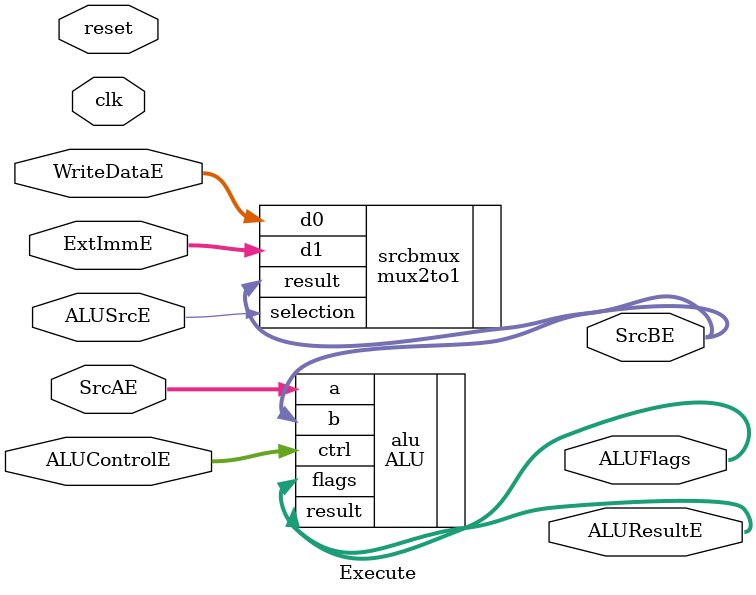
<source format=sv>
module Execute #(parameter WIDTH= 8)(
    input logic clk, reset, ALUSrcE,
    input logic [3:0] ALUControlE,
    input logic [WIDTH-1:0] SrcAE, WriteDataE, ExtImmE,
    output logic [WIDTH-1:0] ALUResultE,
    output logic [3:0] ALUFlags,
    output logic [WIDTH-1:0] SrcBE
);

    

    // Src BE Multiplexer
    mux2to1 #(32) srcbmux(.d0(WriteDataE), .d1(ExtImmE),
                         .selection(ALUSrcE), 
                         .result(SrcBE));

    // ALU
    ALU #(32) alu(.a(SrcAE), .b(SrcBE),
                    .ctrl(ALUControlE),
                    .result(ALUResultE),
                    .flags(ALUFlags));


endmodule

</source>
